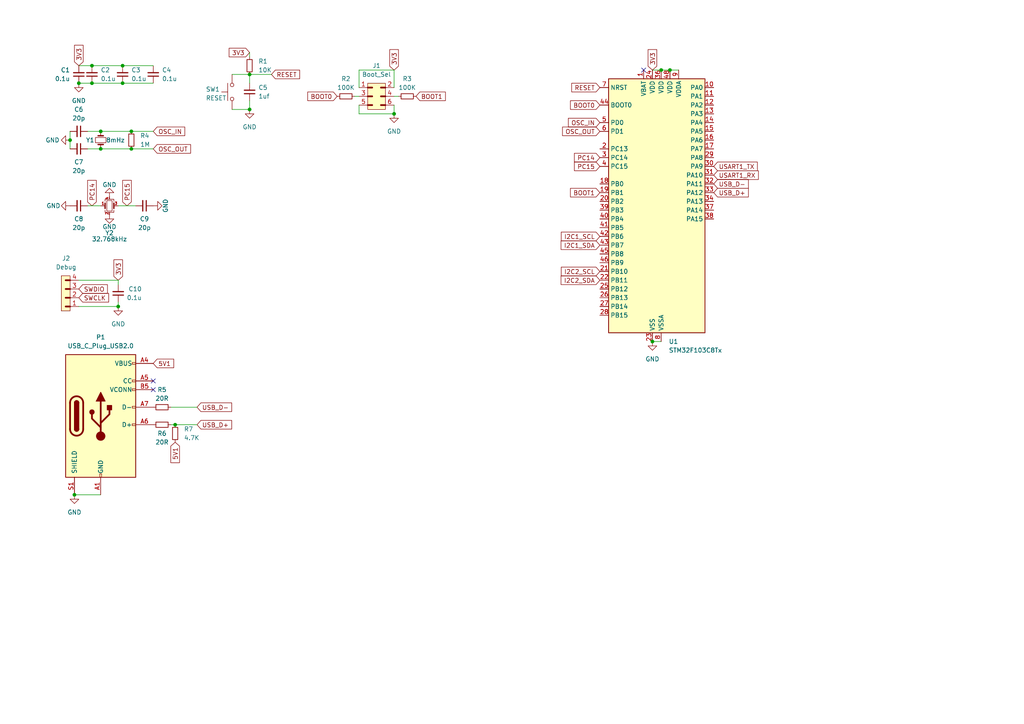
<source format=kicad_sch>
(kicad_sch (version 20231120) (generator "eeschema") (generator_version "8.0")
  (paper "A4")
  (lib_symbols
    (symbol "Connector:USB_C_Plug_USB2.0" (pin_names (offset 1.016))
      (property "Reference" "P" (at -10.16 19.05 0))
      (property "Value" "USB_C_Plug_USB2.0" (at 12.7 19.05 0))
      (symbol "USB_C_Plug_USB2.0_0_0"
        (rectangle (start -0.254 -17.78) (end 0.254 -16.764))
        (rectangle (start 10.16 -2.286) (end 9.144 -2.794))
        (rectangle (start 10.16 2.794) (end 9.144 2.286))
        (rectangle (start 10.16 7.874) (end 9.144 7.366))
        (rectangle (start 10.16 10.414) (end 9.144 9.906))
        (rectangle (start 10.16 15.494) (end 9.144 14.986))
      )
      (symbol "USB_C_Plug_USB2.0_0_1"
        (rectangle (start -10.16 17.78) (end 10.16 -17.78) (stroke (width 0.254)) (fill (type background)))
        (arc (start -8.89 -3.81) (mid -6.985 -5.7067) (end -5.08 -3.81) (stroke (width 0.508)))
        (arc (start -7.62 -3.81) (mid -6.985 -4.4423) (end -6.35 -3.81) (stroke (width 0.254)))
        (arc (start -7.62 -3.81) (mid -6.985 -4.4423) (end -6.35 -3.81) (stroke (width 0.254)) (fill (type outline)))
        (rectangle (start -7.62 -3.81) (end -6.35 3.81) (stroke (width 0.254)) (fill (type outline)))
        (arc (start -6.35 3.81) (mid -6.985 4.4423) (end -7.62 3.81) (stroke (width 0.254)))
        (arc (start -6.35 3.81) (mid -6.985 4.4423) (end -7.62 3.81) (stroke (width 0.254)) (fill (type outline)))
        (arc (start -5.08 3.81) (mid -6.985 5.7067) (end -8.89 3.81) (stroke (width 0.508)))
        (circle (center -2.54 1.143) (radius 0.635) (stroke (width 0.254)) (fill (type outline)))
        (circle (center 0 -5.842) (radius 1.27) (fill (type outline)))
        (polyline (pts (xy -8.89 -3.81) (xy -8.89 3.81)) (stroke (width 0.508)))
        (polyline (pts (xy -5.08 3.81) (xy -5.08 -3.81)) (stroke (width 0.508)))
        (polyline (pts (xy 0 -5.842) (xy 0 4.318)) (stroke (width 0.508)))
        (polyline (pts (xy 0 -3.302) (xy -2.54 -0.762) (xy -2.54 0.508)) (stroke (width 0.508)))
        (polyline (pts (xy 0 -2.032) (xy 2.54 0.508) (xy 2.54 1.778)) (stroke (width 0.508)))
        (polyline (pts (xy -1.27 4.318) (xy 0 6.858) (xy 1.27 4.318) (xy -1.27 4.318)) (stroke (width 0.254)) (fill (type outline)))
        (rectangle (start 1.905 1.778) (end 3.175 3.048) (stroke (width 0.254)) (fill (type outline)))
      )
      (symbol "USB_C_Plug_USB2.0_1_1"
        (pin passive line (at 0 -22.86 90) (length 5.08) (name "GND") (number "A1"))
        (pin passive line (at 0 -22.86 90) (length 5.08) hide (name "GND") (number "A12"))
        (pin passive line (at 15.24 15.24 180) (length 5.08) (name "VBUS") (number "A4"))
        (pin bidirectional line (at 15.24 10.16 180) (length 5.08) (name "CC") (number "A5"))
        (pin bidirectional line (at 15.24 -2.54 180) (length 5.08) (name "D+") (number "A6"))
        (pin bidirectional line (at 15.24 2.54 180) (length 5.08) (name "D-") (number "A7"))
        (pin passive line (at 15.24 15.24 180) (length 5.08) hide (name "VBUS") (number "A9"))
        (pin passive line (at 0 -22.86 90) (length 5.08) hide (name "GND") (number "B1"))
        (pin passive line (at 0 -22.86 90) (length 5.08) hide (name "GND") (number "B12"))
        (pin passive line (at 15.24 15.24 180) (length 5.08) hide (name "VBUS") (number "B4"))
        (pin bidirectional line (at 15.24 7.62 180) (length 5.08) (name "VCONN") (number "B5"))
        (pin passive line (at 15.24 15.24 180) (length 5.08) hide (name "VBUS") (number "B9"))
        (pin passive line (at -7.62 -22.86 90) (length 5.08) (name "SHIELD") (number "S1"))
      )
    )
    (symbol "Device:C_Small" (pin_numbers hide) (pin_names (offset 0.254) hide)
      (property "Reference" "C" (at 0.254 1.778 0))
      (property "Value" "C_Small" (at 0.254 -2.032 0))
      (symbol "C_Small_0_1"
        (polyline (pts (xy -1.524 -0.508) (xy 1.524 -0.508)) (stroke (width 0.3302)))
        (polyline (pts (xy -1.524 0.508) (xy 1.524 0.508)) (stroke (width 0.3048)))
      )
      (symbol "C_Small_1_1"
        (pin passive line (at 0 2.54 270) (length 2.032) (name "~") (number "1"))
        (pin passive line (at 0 -2.54 90) (length 2.032) (name "~") (number "2"))
      )
    )
    (symbol "Device:Crystal_GND24_Small" (pin_names (offset 1.016) hide)
      (property "Reference" "Y" (at 1.27 4.445 0))
      (property "Value" "Crystal_GND24_Small" (at 1.27 2.54 0))
      (symbol "Crystal_GND24_Small_0_1"
        (rectangle (start -0.762 -1.524) (end 0.762 1.524))
        (polyline (pts (xy -1.27 -0.762) (xy -1.27 0.762)) (stroke (width 0.381)))
        (polyline (pts (xy 1.27 -0.762) (xy 1.27 0.762)) (stroke (width 0.381)))
        (polyline (pts (xy -1.27 -1.27) (xy -1.27 -1.905) (xy 1.27 -1.905) (xy 1.27 -1.27)))
        (polyline (pts (xy -1.27 1.27) (xy -1.27 1.905) (xy 1.27 1.905) (xy 1.27 1.27)))
      )
      (symbol "Crystal_GND24_Small_1_1"
        (pin passive line (at -2.54 0 0) (length 1.27) (name "1") (number "1"))
        (pin passive line (at 0 -2.54 90) (length 0.635) (name "2") (number "2"))
        (pin passive line (at 2.54 0 180) (length 1.27) (name "3") (number "3"))
        (pin passive line (at 0 2.54 270) (length 0.635) (name "4") (number "4"))
      )
    )
    (symbol "Device:Crystal_Small" (pin_numbers hide) (pin_names (offset 1.016) hide)
      (property "Reference" "Y" (at 0 2.54 0))
      (property "Value" "Crystal_Small" (at 0 -2.54 0))
      (symbol "Crystal_Small_0_1"
        (rectangle (start -0.762 -1.524) (end 0.762 1.524))
        (polyline (pts (xy -1.27 -0.762) (xy -1.27 0.762)) (stroke (width 0.381)))
        (polyline (pts (xy 1.27 -0.762) (xy 1.27 0.762)) (stroke (width 0.381)))
      )
      (symbol "Crystal_Small_1_1"
        (pin passive line (at -2.54 0 0) (length 1.27) (name "1") (number "1"))
        (pin passive line (at 2.54 0 180) (length 1.27) (name "2") (number "2"))
      )
    )
    (symbol "Device:R_Small" (pin_numbers hide) (pin_names (offset 0.254) hide)
      (property "Reference" "R" (at 0.762 0.508 0))
      (property "Value" "R_Small" (at 0.762 -1.016 0))
      (symbol "R_Small_0_1"
        (rectangle (start -0.762 1.778) (end 0.762 -1.778) (stroke (width 0.2032)))
      )
      (symbol "R_Small_1_1"
        (pin passive line (at 0 2.54 270) (length 0.762) (name "~") (number "1"))
        (pin passive line (at 0 -2.54 90) (length 0.762) (name "~") (number "2"))
      )
    )
    (symbol "MCU_ST_STM32F1:STM32F103C8Tx"
      (property "Reference" "U" (at -12.7 39.37 0))
      (property "Value" "STM32F103C8Tx" (at 10.16 39.37 0))
      (symbol "STM32F103C8Tx_0_1"
        (rectangle (start -12.7 -35.56) (end 15.24 38.1) (stroke (width 0.254)) (fill (type background)))
      )
      (symbol "STM32F103C8Tx_1_1"
        (pin power_in line (at -2.54 40.64 270) (length 2.54) (name "VBAT") (number "1"))
        (pin bidirectional line (at 17.78 35.56 180) (length 2.54) (name "PA0") (number "10"))
        (pin bidirectional line (at 17.78 33.02 180) (length 2.54) (name "PA1") (number "11"))
        (pin bidirectional line (at 17.78 30.48 180) (length 2.54) (name "PA2") (number "12"))
        (pin bidirectional line (at 17.78 27.94 180) (length 2.54) (name "PA3") (number "13"))
        (pin bidirectional line (at 17.78 25.4 180) (length 2.54) (name "PA4") (number "14"))
        (pin bidirectional line (at 17.78 22.86 180) (length 2.54) (name "PA5") (number "15"))
        (pin bidirectional line (at 17.78 20.32 180) (length 2.54) (name "PA6") (number "16"))
        (pin bidirectional line (at 17.78 17.78 180) (length 2.54) (name "PA7") (number "17"))
        (pin bidirectional line (at -15.24 7.62 0) (length 2.54) (name "PB0") (number "18"))
        (pin bidirectional line (at -15.24 5.08 0) (length 2.54) (name "PB1") (number "19"))
        (pin bidirectional line (at -15.24 17.78 0) (length 2.54) (name "PC13") (number "2"))
        (pin bidirectional line (at -15.24 2.54 0) (length 2.54) (name "PB2") (number "20"))
        (pin bidirectional line (at -15.24 -17.78 0) (length 2.54) (name "PB10") (number "21"))
        (pin bidirectional line (at -15.24 -20.32 0) (length 2.54) (name "PB11") (number "22"))
        (pin power_in line (at 0 -38.1 90) (length 2.54) (name "VSS") (number "23"))
        (pin power_in line (at 0 40.64 270) (length 2.54) (name "VDD") (number "24"))
        (pin bidirectional line (at -15.24 -22.86 0) (length 2.54) (name "PB12") (number "25"))
        (pin bidirectional line (at -15.24 -25.4 0) (length 2.54) (name "PB13") (number "26"))
        (pin bidirectional line (at -15.24 -27.94 0) (length 2.54) (name "PB14") (number "27"))
        (pin bidirectional line (at -15.24 -30.48 0) (length 2.54) (name "PB15") (number "28"))
        (pin bidirectional line (at 17.78 15.24 180) (length 2.54) (name "PA8") (number "29"))
        (pin bidirectional line (at -15.24 15.24 0) (length 2.54) (name "PC14") (number "3"))
        (pin bidirectional line (at 17.78 12.7 180) (length 2.54) (name "PA9") (number "30"))
        (pin bidirectional line (at 17.78 10.16 180) (length 2.54) (name "PA10") (number "31"))
        (pin bidirectional line (at 17.78 7.62 180) (length 2.54) (name "PA11") (number "32"))
        (pin bidirectional line (at 17.78 5.08 180) (length 2.54) (name "PA12") (number "33"))
        (pin bidirectional line (at 17.78 2.54 180) (length 2.54) (name "PA13") (number "34"))
        (pin passive line (at 0 -38.1 90) (length 2.54) hide (name "VSS") (number "35"))
        (pin power_in line (at 2.54 40.64 270) (length 2.54) (name "VDD") (number "36"))
        (pin bidirectional line (at 17.78 0 180) (length 2.54) (name "PA14") (number "37"))
        (pin bidirectional line (at 17.78 -2.54 180) (length 2.54) (name "PA15") (number "38"))
        (pin bidirectional line (at -15.24 0 0) (length 2.54) (name "PB3") (number "39"))
        (pin bidirectional line (at -15.24 12.7 0) (length 2.54) (name "PC15") (number "4"))
        (pin bidirectional line (at -15.24 -2.54 0) (length 2.54) (name "PB4") (number "40"))
        (pin bidirectional line (at -15.24 -5.08 0) (length 2.54) (name "PB5") (number "41"))
        (pin bidirectional line (at -15.24 -7.62 0) (length 2.54) (name "PB6") (number "42"))
        (pin bidirectional line (at -15.24 -10.16 0) (length 2.54) (name "PB7") (number "43"))
        (pin input line (at -15.24 30.48 0) (length 2.54) (name "BOOT0") (number "44"))
        (pin bidirectional line (at -15.24 -12.7 0) (length 2.54) (name "PB8") (number "45"))
        (pin bidirectional line (at -15.24 -15.24 0) (length 2.54) (name "PB9") (number "46"))
        (pin passive line (at 0 -38.1 90) (length 2.54) hide (name "VSS") (number "47"))
        (pin power_in line (at 5.08 40.64 270) (length 2.54) (name "VDD") (number "48"))
        (pin bidirectional line (at -15.24 25.4 0) (length 2.54) (name "PD0") (number "5"))
        (pin bidirectional line (at -15.24 22.86 0) (length 2.54) (name "PD1") (number "6"))
        (pin input line (at -15.24 35.56 0) (length 2.54) (name "NRST") (number "7"))
        (pin power_in line (at 2.54 -38.1 90) (length 2.54) (name "VSSA") (number "8"))
        (pin power_in line (at 7.62 40.64 270) (length 2.54) (name "VDDA") (number "9"))
      )
    )
    (symbol "PCM_SL_Pin_Headers:PINHD_1x4_Male"
      (property "Reference" "J" (at 0 8.89 0))
      (property "Value" "PINHD_1x4_Male" (at 0 6.35 0))
      (symbol "PINHD_1x4_Male_0_1"
        (rectangle (start -1.27 5.08) (end 1.27 -5.08) (fill (type background)))
        (polyline (pts (xy -1.27 -3.81) (xy 0 -3.81)) (stroke (width 0.3)))
        (polyline (pts (xy -1.27 -3.81) (xy 0 -3.81)) (stroke (width 0.5)))
        (polyline (pts (xy -1.27 -1.27) (xy 0 -1.27)) (stroke (width 0.3)))
        (polyline (pts (xy -1.27 -1.27) (xy 0 -1.27)) (stroke (width 0.5)))
        (polyline (pts (xy -1.27 1.27) (xy 0 1.27)) (stroke (width 0.3)))
        (polyline (pts (xy -1.27 1.27) (xy 0 1.27)) (stroke (width 0.5)))
        (polyline (pts (xy -1.27 3.81) (xy 0 3.81)) (stroke (width 0.3)))
        (polyline (pts (xy -1.27 3.81) (xy 0 3.81)) (stroke (width 0.5)))
      )
      (symbol "PINHD_1x4_Male_1_1"
        (pin passive line (at -3.81 3.81 0) (length 2.54) (name "") (number "1"))
        (pin passive line (at -3.81 1.27 0) (length 2.54) (name "") (number "2"))
        (pin passive line (at -3.81 -1.27 0) (length 2.54) (name "") (number "3"))
        (pin passive line (at -3.81 -3.81 0) (length 2.54) (name "") (number "4"))
      )
    )
    (symbol "PCM_SL_Pin_Headers:PINHD_2x3_Male"
      (property "Reference" "J" (at -1.27 6.35 0))
      (property "Value" "PINHD_2x3_Male" (at -1.27 3.81 0))
      (symbol "PINHD_2x3_Male_0_1"
        (rectangle (start -2.54 2.54) (end 2.54 -5.08) (fill (type background)))
        (polyline (pts (xy -2.54 -3.81) (xy -1.27 -3.81)) (stroke (width 0.5)))
        (polyline (pts (xy -2.54 -1.27) (xy -1.27 -1.27)) (stroke (width 0.3)))
        (polyline (pts (xy -2.54 -1.27) (xy -1.27 -1.27)) (stroke (width 0.5)))
        (polyline (pts (xy -2.54 1.27) (xy -1.27 1.27)) (stroke (width 0.5)))
        (polyline (pts (xy 1.27 -3.81) (xy 2.54 -3.81)) (stroke (width 0.5)))
        (polyline (pts (xy 1.27 -1.27) (xy 2.54 -1.27)) (stroke (width 0.5)))
        (polyline (pts (xy 1.27 1.27) (xy 2.54 1.27)) (stroke (width 0.5)))
      )
      (symbol "PINHD_2x3_Male_1_1"
        (pin passive line (at -5.08 1.27 0) (length 2.54) (name "") (number "1"))
        (pin passive line (at 5.08 1.27 180) (length 2.54) (name "") (number "2"))
        (pin passive line (at -5.08 -1.27 0) (length 2.54) (name "") (number "3"))
        (pin passive line (at 5.08 -1.27 180) (length 2.54) (name "") (number "4"))
        (pin passive line (at -5.08 -3.81 0) (length 2.54) (name "") (number "5"))
        (pin passive line (at 5.08 -3.81 180) (length 2.54) (name "") (number "6"))
      )
    )
    (symbol "Switch:SW_Push" (pin_numbers hide) (pin_names (offset 1.016) hide)
      (property "Reference" "SW" (at 1.27 2.54 0))
      (property "Value" "SW_Push" (at 0 -1.524 0))
      (symbol "SW_Push_0_1"
        (circle (center -2.032 0) (radius 0.508))
        (polyline (pts (xy 0 1.27) (xy 0 3.048)))
        (polyline (pts (xy 2.54 1.27) (xy -2.54 1.27)))
        (circle (center 2.032 0) (radius 0.508))
        (pin passive line (at -5.08 0 0) (length 2.54) (name "1") (number "1"))
        (pin passive line (at 5.08 0 180) (length 2.54) (name "2") (number "2"))
      )
    )
    (symbol "power:GND" (power) (pin_numbers hide) (pin_names (offset 0) hide)
      (property "Value" "GND" (at 0 -3.81 0))
      (symbol "GND_0_1"
        (polyline (pts (xy 0 0) (xy 0 -1.27) (xy 1.27 -1.27) (xy 0 -2.54) (xy -1.27 -1.27) (xy 0 -1.27)))
      )
      (symbol "GND_1_1"
        (pin power_in line (at 0 0 270) (length 0) (name "~") (number "1"))
      )
    )
  )
  (junction (at 26.67 24.13))
  (junction (at 194.31 20.32))
  (junction (at 114.3 33.02))
  (junction (at 72.39 31.75))
  (junction (at 20.32 40.64))
  (junction (at 35.56 24.13))
  (junction (at 189.23 99.06))
  (junction (at 38.1 43.18))
  (junction (at 191.77 20.32))
  (junction (at 50.8 123.19))
  (junction (at 35.56 19.05))
  (junction (at 29.21 38.1))
  (junction (at 29.21 43.18))
  (junction (at 72.39 21.59))
  (junction (at 38.1 38.1))
  (junction (at 34.29 88.9))
  (junction (at 26.67 19.05))
  (junction (at 21.59 143.51))
  (junction (at 22.86 24.13))
  (no_connect (at 44.45 110.49))
  (no_connect (at 186.69 20.32))
  (no_connect (at 44.45 113.03))
  (wire (pts (xy 35.56 19.05) (xy 44.45 19.05)))
  (wire (pts (xy 34.29 59.69) (xy 39.37 59.69)))
  (wire (pts (xy 26.67 19.05) (xy 35.56 19.05)))
  (wire (pts (xy 22.86 19.05) (xy 26.67 19.05)))
  (wire (pts (xy 38.1 43.18) (xy 44.45 43.18)))
  (wire (pts (xy 22.86 24.13) (xy 26.67 24.13)))
  (wire (pts (xy 25.4 59.69) (xy 29.21 59.69)))
  (wire (pts (xy 35.56 24.13) (xy 44.45 24.13)))
  (wire (pts (xy 104.14 33.02) (xy 114.3 33.02)))
  (wire (pts (xy 21.59 143.51) (xy 29.21 143.51)))
  (wire (pts (xy 189.23 99.06) (xy 191.77 99.06)))
  (wire (pts (xy 34.29 82.55) (xy 34.29 81.28)))
  (wire (pts (xy 20.32 38.1) (xy 20.32 40.64)))
  (wire (pts (xy 104.14 25.4) (xy 104.14 20.32)))
  (wire (pts (xy 29.21 43.18) (xy 38.1 43.18)))
  (wire (pts (xy 25.4 43.18) (xy 29.21 43.18)))
  (wire (pts (xy 20.32 40.64) (xy 20.32 43.18)))
  (wire (pts (xy 22.86 88.9) (xy 34.29 88.9)))
  (wire (pts (xy 25.4 38.1) (xy 29.21 38.1)))
  (wire (pts (xy 34.29 87.63) (xy 34.29 88.9)))
  (wire (pts (xy 38.1 38.1) (xy 44.45 38.1)))
  (wire (pts (xy 29.21 38.1) (xy 38.1 38.1)))
  (wire (pts (xy 72.39 16.51) (xy 72.39 15.24)))
  (wire (pts (xy 50.8 123.19) (xy 57.15 123.19)))
  (wire (pts (xy 191.77 20.32) (xy 194.31 20.32)))
  (wire (pts (xy 72.39 21.59) (xy 72.39 24.13)))
  (wire (pts (xy 114.3 27.94) (xy 115.57 27.94)))
  (wire (pts (xy 114.3 20.32) (xy 114.3 25.4)))
  (wire (pts (xy 72.39 29.21) (xy 72.39 31.75)))
  (wire (pts (xy 102.87 27.94) (xy 104.14 27.94)))
  (wire (pts (xy 26.67 24.13) (xy 35.56 24.13)))
  (wire (pts (xy 72.39 21.59) (xy 78.74 21.59)))
  (wire (pts (xy 104.14 20.32) (xy 114.3 20.32)))
  (wire (pts (xy 49.53 118.11) (xy 57.15 118.11)))
  (wire (pts (xy 104.14 30.48) (xy 104.14 33.02)))
  (wire (pts (xy 67.31 21.59) (xy 72.39 21.59)))
  (wire (pts (xy 22.86 81.28) (xy 34.29 81.28)))
  (wire (pts (xy 114.3 30.48) (xy 114.3 33.02)))
  (wire (pts (xy 67.31 31.75) (xy 72.39 31.75)))
  (wire (pts (xy 189.23 20.32) (xy 191.77 20.32)))
  (wire (pts (xy 49.53 123.19) (xy 50.8 123.19)))
  (wire (pts (xy 194.31 20.32) (xy 196.85 20.32)))
  (global_label "OSC_IN" (shape input) (at 44.45 38.1 0) (property "Intersheetrefs" "${INTERSHEET_REFS}" (effects (hide yes))))
  (global_label "USB_D+" (shape input) (at 207.01 55.88 0) (property "Intersheetrefs" "${INTERSHEET_REFS}" (effects (hide yes))))
  (global_label "3V3" (shape input) (at 22.86 19.05 90) (property "Intersheetrefs" "${INTERSHEET_REFS}" (effects (hide yes))))
  (global_label "BOOT0" (shape input) (at 173.99 30.48 180) (property "Intersheetrefs" "${INTERSHEET_REFS}" (effects (hide yes))))
  (global_label "USART1_RX" (shape input) (at 207.01 50.8 0) (property "Intersheetrefs" "${INTERSHEET_REFS}" (effects (hide yes))))
  (global_label "USART1_TX" (shape input) (at 207.01 48.26 0) (property "Intersheetrefs" "${INTERSHEET_REFS}" (effects (hide yes))))
  (global_label "3V3" (shape input) (at 189.23 20.32 90) (property "Intersheetrefs" "${INTERSHEET_REFS}" (effects (hide yes))))
  (global_label "BOOT0" (shape input) (at 97.79 27.94 180) (property "Intersheetrefs" "${INTERSHEET_REFS}" (effects (hide yes))))
  (global_label "5V1" (shape input) (at 44.45 105.41 0) (property "Intersheetrefs" "${INTERSHEET_REFS}" (effects (hide yes))))
  (global_label "RESET" (shape input) (at 173.99 25.4 180) (property "Intersheetrefs" "${INTERSHEET_REFS}" (effects (hide yes))))
  (global_label "OSC_OUT" (shape input) (at 44.45 43.18 0) (property "Intersheetrefs" "${INTERSHEET_REFS}" (effects (hide yes))))
  (global_label "BOOT1" (shape input) (at 173.99 55.88 180) (property "Intersheetrefs" "${INTERSHEET_REFS}" (effects (hide yes))))
  (global_label "I2C2_SDA" (shape input) (at 173.99 81.28 180) (property "Intersheetrefs" "${INTERSHEET_REFS}" (effects (hide yes))))
  (global_label "BOOT1" (shape input) (at 120.65 27.94 0) (property "Intersheetrefs" "${INTERSHEET_REFS}" (effects (hide yes))))
  (global_label "RESET" (shape input) (at 78.74 21.59 0) (property "Intersheetrefs" "${INTERSHEET_REFS}" (effects (hide yes))))
  (global_label "3V3" (shape input) (at 34.29 81.28 90) (property "Intersheetrefs" "${INTERSHEET_REFS}" (effects (hide yes))))
  (global_label "OSC_OUT" (shape input) (at 173.99 38.1 180) (property "Intersheetrefs" "${INTERSHEET_REFS}" (effects (hide yes))))
  (global_label "PC15" (shape input) (at 173.99 48.26 180) (property "Intersheetrefs" "${INTERSHEET_REFS}" (effects (hide yes))))
  (global_label "USB_D+" (shape input) (at 57.15 123.19 0) (property "Intersheetrefs" "${INTERSHEET_REFS}" (effects (hide yes))))
  (global_label "PC15" (shape input) (at 36.83 59.69 90) (property "Intersheetrefs" "${INTERSHEET_REFS}" (effects (hide yes))))
  (global_label "SWCLK" (shape input) (at 22.86 86.36 0) (property "Intersheetrefs" "${INTERSHEET_REFS}" (effects (hide yes))))
  (global_label "USB_D-" (shape input) (at 57.15 118.11 0) (property "Intersheetrefs" "${INTERSHEET_REFS}" (effects (hide yes))))
  (global_label "OSC_IN" (shape input) (at 173.99 35.56 180) (property "Intersheetrefs" "${INTERSHEET_REFS}" (effects (hide yes))))
  (global_label "3V3" (shape input) (at 72.39 15.24 180) (property "Intersheetrefs" "${INTERSHEET_REFS}" (effects (hide yes))))
  (global_label "USB_D-" (shape input) (at 207.01 53.34 0) (property "Intersheetrefs" "${INTERSHEET_REFS}" (effects (hide yes))))
  (global_label "PC14" (shape input) (at 173.99 45.72 180) (property "Intersheetrefs" "${INTERSHEET_REFS}" (effects (hide yes))))
  (global_label "3V3" (shape input) (at 114.3 20.32 90) (property "Intersheetrefs" "${INTERSHEET_REFS}" (effects (hide yes))))
  (global_label "5V1" (shape input) (at 50.8 128.27 270) (property "Intersheetrefs" "${INTERSHEET_REFS}" (effects (hide yes))))
  (global_label "PC14" (shape input) (at 26.67 59.69 90) (property "Intersheetrefs" "${INTERSHEET_REFS}" (effects (hide yes))))
  (global_label "SWDIO" (shape input) (at 22.86 83.82 0) (property "Intersheetrefs" "${INTERSHEET_REFS}" (effects (hide yes))))
  (global_label "I2C2_SCL" (shape input) (at 173.99 78.74 180) (property "Intersheetrefs" "${INTERSHEET_REFS}" (effects (hide yes))))
  (global_label "I2C1_SCL" (shape input) (at 173.99 68.58 180) (property "Intersheetrefs" "${INTERSHEET_REFS}" (effects (hide yes))))
  (global_label "I2C1_SDA" (shape input) (at 173.99 71.12 180) (property "Intersheetrefs" "${INTERSHEET_REFS}" (effects (hide yes))))
  (symbol (lib_id "MCU_ST_STM32F1:STM32F103C8Tx") (at 189.23 60.96 0) (unit 1)
    (property "Reference" "U1" (at 193.9641 99.06 0) (effects (justify left)))
    (property "Value" "STM32F103C8Tx" (at 193.9641 101.6 0) (effects (justify left)))
    (property "Footprint" "Package_QFP:LQFP-48_7x7mm_P0.5mm" (effects (hide yes)))
    (property "Datasheet" "https://www.st.com/resource/en/datasheet/stm32f103c8.pdf" (effects (hide yes)))
    (property "Description" "STMicroelectronics Arm Cortex-M3 MCU, 64KB flash, 20KB RAM, 72 MHz, 2.0-3.6V, 37 GPIO, LQFP48" (effects (hide yes)))
  )
  (symbol (lib_id "Device:R_Small") (at 50.8 125.73 180) (unit 1)
    (property "Reference" "R7" (at 53.34 124.4599 0) (effects (justify right)))
    (property "Value" "4.7K" (at 53.34 126.9999 0) (effects (justify right)))
    (property "Footprint" "Resistor_SMD:R_0805_2012Metric" (effects (hide yes)))
    (property "Description" "Resistor, small symbol" (effects (hide yes)))
  )
  (symbol (lib_id "Device:C_Small") (at 44.45 21.59 180) (unit 1)
    (property "Reference" "C4" (at 46.99 20.3135 0) (effects (justify right)))
    (property "Value" "0.1u" (at 46.99 22.8535 0) (effects (justify right)))
    (property "Footprint" "Capacitor_SMD:C_0805_2012Metric" (effects (hide yes)))
    (property "Description" "Unpolarized capacitor, small symbol" (effects (hide yes)))
  )
  (symbol (lib_id "Device:Crystal_Small") (at 29.21 40.64 90) (unit 1)
    (property "Reference" "Y1" (at 24.892 40.64 90) (effects (justify right)))
    (property "Value" "8mHz" (at 30.734 40.64 90) (effects (justify right)))
    (property "Description" "Two pin crystal, small symbol" (effects (hide yes)))
  )
  (symbol (lib_id "power:GND") (at 31.75 62.23 0) (unit 1)
    (property "Reference" "#PWR08" (effects (hide yes)))
    (property "Value" "GND" (at 31.75 65.786 0))
    (property "Description" "Power symbol creates a global label with name \"GND\" , ground" (effects (hide yes)))
  )
  (symbol (lib_id "Device:R_Small") (at 100.33 27.94 90) (unit 1)
    (property "Reference" "R2" (at 100.33 22.86 90))
    (property "Value" "100K" (at 100.33 25.4 90))
    (property "Footprint" "Resistor_SMD:R_0805_2012Metric" (effects (hide yes)))
    (property "Description" "Resistor, small symbol" (effects (hide yes)))
  )
  (symbol (lib_id "power:GND") (at 20.32 40.64 270) (unit 1)
    (property "Reference" "#PWR04" (effects (hide yes)))
    (property "Value" "GND" (at 17.272 40.64 90) (effects (justify right)))
    (property "Description" "Power symbol creates a global label with name \"GND\" , ground" (effects (hide yes)))
  )
  (symbol (lib_id "Device:C_Small") (at 22.86 21.59 180) (unit 1)
    (property "Reference" "C1" (at 20.32 20.3135 0) (effects (justify left)))
    (property "Value" "0.1u" (at 20.32 22.8535 0) (effects (justify left)))
    (property "Footprint" "Capacitor_SMD:C_0805_2012Metric" (effects (hide yes)))
    (property "Description" "Unpolarized capacitor, small symbol" (effects (hide yes)))
  )
  (symbol (lib_id "Switch:SW_Push") (at 67.31 26.67 90) (unit 1)
    (property "Reference" "SW1" (at 59.69 25.908 90) (effects (justify right)))
    (property "Value" "RESET" (at 59.69 28.448 90) (effects (justify right)))
    (property "Footprint" "Button_Switch_SMD:SW_SPST_CK_KMS2xxGP" (effects (hide yes)))
    (property "Description" "Push button switch, generic, two pins" (effects (hide yes)))
  )
  (symbol (lib_id "Device:R_Small") (at 46.99 123.19 90) (unit 1)
    (property "Reference" "R6" (at 46.99 125.73 90))
    (property "Value" "20R" (at 46.99 128.27 90))
    (property "Footprint" "Resistor_SMD:R_0805_2012Metric" (effects (hide yes)))
    (property "Description" "Resistor, small symbol" (effects (hide yes)))
  )
  (symbol (lib_id "power:GND") (at 189.23 99.06 0) (unit 1)
    (property "Reference" "#PWR010" (effects (hide yes)))
    (property "Value" "GND" (at 189.23 104.14 0))
    (property "Description" "Power symbol creates a global label with name \"GND\" , ground" (effects (hide yes)))
  )
  (symbol (lib_id "power:GND") (at 44.45 59.69 90) (unit 1)
    (property "Reference" "#PWR07" (effects (hide yes)))
    (property "Value" "GND" (at 48.006 59.69 0))
    (property "Description" "Power symbol creates a global label with name \"GND\" , ground" (effects (hide yes)))
  )
  (symbol (lib_id "PCM_SL_Pin_Headers:PINHD_1x4_Male") (at 19.05 85.09 180) (unit 1)
    (property "Reference" "J2" (at 19.175 74.93 0))
    (property "Value" "Debug" (at 19.175 77.47 0))
    (property "Footprint" "Connector_PinHeader_2.54mm:PinHeader_1x04_P2.54mm_Vertical" (effects (hide yes)))
    (property "Description" "Pin Header male with pin space 2.54mm. Pin Count -4" (effects (hide yes)))
  )
  (symbol (lib_id "power:GND") (at 114.3 33.02 0) (unit 1)
    (property "Reference" "#PWR03" (effects (hide yes)))
    (property "Value" "GND" (at 114.3 38.1 0))
    (property "Description" "Power symbol creates a global label with name \"GND\" , ground" (effects (hide yes)))
  )
  (symbol (lib_id "power:GND") (at 72.39 31.75 0) (unit 1)
    (property "Reference" "#PWR02" (effects (hide yes)))
    (property "Value" "GND" (at 72.39 36.83 0))
    (property "Description" "Power symbol creates a global label with name \"GND\" , ground" (effects (hide yes)))
  )
  (symbol (lib_id "PCM_SL_Pin_Headers:PINHD_2x3_Male") (at 109.22 26.67 0) (unit 1)
    (property "Reference" "J1" (at 109.22 19.05 0))
    (property "Value" "Boot_Sel" (at 109.22 21.59 0))
    (property "Footprint" "Connector_PinHeader_2.54mm:PinHeader_2x03_P2.54mm_Vertical" (effects (hide yes)))
    (property "Description" "Pin Header male with pin space 2.54mm. Pin Count -6" (effects (hide yes)))
  )
  (symbol (lib_id "Device:C_Small") (at 22.86 43.18 270) (unit 1)
    (property "Reference" "C7" (at 22.8536 46.99 90))
    (property "Value" "20p" (at 22.8536 49.53 90))
    (property "Footprint" "Capacitor_SMD:C_0805_2012Metric" (effects (hide yes)))
    (property "Description" "Unpolarized capacitor, small symbol" (effects (hide yes)))
  )
  (symbol (lib_id "Device:C_Small") (at 35.56 21.59 180) (unit 1)
    (property "Reference" "C3" (at 38.1 20.3135 0) (effects (justify right)))
    (property "Value" "0.1u" (at 38.1 22.8535 0) (effects (justify right)))
    (property "Footprint" "Capacitor_SMD:C_0805_2012Metric" (effects (hide yes)))
    (property "Description" "Unpolarized capacitor, small symbol" (effects (hide yes)))
  )
  (symbol (lib_id "power:GND") (at 20.32 59.69 270) (unit 1)
    (property "Reference" "#PWR06" (effects (hide yes)))
    (property "Value" "GND" (at 15.494 59.69 90))
    (property "Description" "Power symbol creates a global label with name \"GND\" , ground" (effects (hide yes)))
  )
  (symbol (lib_id "power:GND") (at 34.29 88.9 0) (unit 1)
    (property "Reference" "#PWR09" (effects (hide yes)))
    (property "Value" "GND" (at 34.29 93.98 0))
    (property "Description" "Power symbol creates a global label with name \"GND\" , ground" (effects (hide yes)))
  )
  (symbol (lib_id "Device:C_Small") (at 72.39 26.67 180) (unit 1)
    (property "Reference" "C5" (at 74.93 25.3935 0) (effects (justify right)))
    (property "Value" "1uf" (at 74.93 27.9335 0) (effects (justify right)))
    (property "Footprint" "Capacitor_SMD:C_0805_2012Metric" (effects (hide yes)))
    (property "Description" "Unpolarized capacitor, small symbol" (effects (hide yes)))
  )
  (symbol (lib_id "Device:Crystal_GND24_Small") (at 31.75 59.69 0) (unit 1)
    (property "Reference" "Y2" (at 31.75 67.564 0))
    (property "Value" "32.768kHz" (at 31.75 69.342 0))
    (property "Description" "Four pin crystal, GND on pins 2 and 4, small symbol" (effects (hide yes)))
  )
  (symbol (lib_id "Device:R_Small") (at 72.39 19.05 0) (unit 1)
    (property "Reference" "R1" (at 74.93 17.7799 0) (effects (justify left)))
    (property "Value" "10K" (at 74.93 20.3199 0) (effects (justify left)))
    (property "Footprint" "Resistor_SMD:R_0805_2012Metric" (effects (hide yes)))
    (property "Description" "Resistor, small symbol" (effects (hide yes)))
  )
  (symbol (lib_id "Device:C_Small") (at 34.29 85.09 180) (unit 1)
    (property "Reference" "C10" (at 41.148 83.82 0) (effects (justify left)))
    (property "Value" "0.1u" (at 41.148 86.36 0) (effects (justify left)))
    (property "Footprint" "Capacitor_SMD:C_0805_2012Metric" (effects (hide yes)))
    (property "Description" "Unpolarized capacitor, small symbol" (effects (hide yes)))
  )
  (symbol (lib_id "power:GND") (at 22.86 24.13 0) (unit 1)
    (property "Reference" "#PWR01" (effects (hide yes)))
    (property "Value" "GND" (at 22.86 29.21 0))
    (property "Description" "Power symbol creates a global label with name \"GND\" , ground" (effects (hide yes)))
  )
  (symbol (lib_id "power:GND") (at 21.59 143.51 0) (unit 1)
    (property "Reference" "#PWR011" (effects (hide yes)))
    (property "Value" "GND" (at 21.59 148.59 0))
    (property "Description" "Power symbol creates a global label with name \"GND\" , ground" (effects (hide yes)))
  )
  (symbol (lib_id "Device:R_Small") (at 38.1 40.64 0) (unit 1)
    (property "Reference" "R4" (at 40.64 39.3699 0) (effects (justify left)))
    (property "Value" "1M" (at 40.64 41.9099 0) (effects (justify left)))
    (property "Footprint" "Resistor_SMD:R_0805_2012Metric" (effects (hide yes)))
    (property "Description" "Resistor, small symbol" (effects (hide yes)))
  )
  (symbol (lib_id "Device:C_Small") (at 41.91 59.69 270) (unit 1)
    (property "Reference" "C9" (at 41.9036 63.5 90))
    (property "Value" "20p" (at 41.9036 66.04 90))
    (property "Footprint" "Capacitor_SMD:C_0805_2012Metric" (effects (hide yes)))
    (property "Description" "Unpolarized capacitor, small symbol" (effects (hide yes)))
  )
  (symbol (lib_id "Device:C_Small") (at 22.86 38.1 270) (unit 1)
    (property "Reference" "C6" (at 22.8536 31.75 90))
    (property "Value" "20p" (at 22.8536 34.29 90))
    (property "Footprint" "Capacitor_SMD:C_0805_2012Metric" (effects (hide yes)))
    (property "Description" "Unpolarized capacitor, small symbol" (effects (hide yes)))
  )
  (symbol (lib_id "Device:R_Small") (at 118.11 27.94 90) (unit 1)
    (property "Reference" "R3" (at 118.11 22.86 90))
    (property "Value" "100K" (at 118.11 25.4 90))
    (property "Footprint" "Resistor_SMD:R_0805_2012Metric" (effects (hide yes)))
    (property "Description" "Resistor, small symbol" (effects (hide yes)))
  )
  (symbol (lib_id "Connector:USB_C_Plug_USB2.0") (at 29.21 120.65 0) (unit 1)
    (property "Reference" "P1" (at 29.21 97.79 0))
    (property "Value" "USB_C_Plug_USB2.0" (at 29.21 100.33 0))
    (property "Datasheet" "https://www.usb.org/sites/default/files/documents/usb_type-c.zip" (effects (hide yes)))
    (property "Description" "USB 2.0-only Type-C Plug connector" (effects (hide yes)))
  )
  (symbol (lib_id "Device:C_Small") (at 26.67 21.59 180) (unit 1)
    (property "Reference" "C2" (at 29.21 20.3135 0) (effects (justify right)))
    (property "Value" "0.1u" (at 29.21 22.8535 0) (effects (justify right)))
    (property "Footprint" "Capacitor_SMD:C_0805_2012Metric" (effects (hide yes)))
    (property "Description" "Unpolarized capacitor, small symbol" (effects (hide yes)))
  )
  (symbol (lib_id "Device:R_Small") (at 46.99 118.11 90) (unit 1)
    (property "Reference" "R5" (at 46.99 113.03 90))
    (property "Value" "20R" (at 46.99 115.57 90))
    (property "Footprint" "Resistor_SMD:R_0805_2012Metric" (effects (hide yes)))
    (property "Description" "Resistor, small symbol" (effects (hide yes)))
  )
  (symbol (lib_id "power:GND") (at 31.75 57.15 180) (unit 1)
    (property "Reference" "#PWR05" (effects (hide yes)))
    (property "Value" "GND" (at 31.75 53.594 0))
    (property "Description" "Power symbol creates a global label with name \"GND\" , ground" (effects (hide yes)))
  )
  (symbol (lib_id "Device:C_Small") (at 22.86 59.69 270) (unit 1)
    (property "Reference" "C8" (at 22.8536 63.5 90))
    (property "Value" "20p" (at 22.8536 66.04 90))
    (property "Footprint" "Capacitor_SMD:C_0805_2012Metric" (effects (hide yes)))
    (property "Description" "Unpolarized capacitor, small symbol" (effects (hide yes)))
  )
)
</source>
